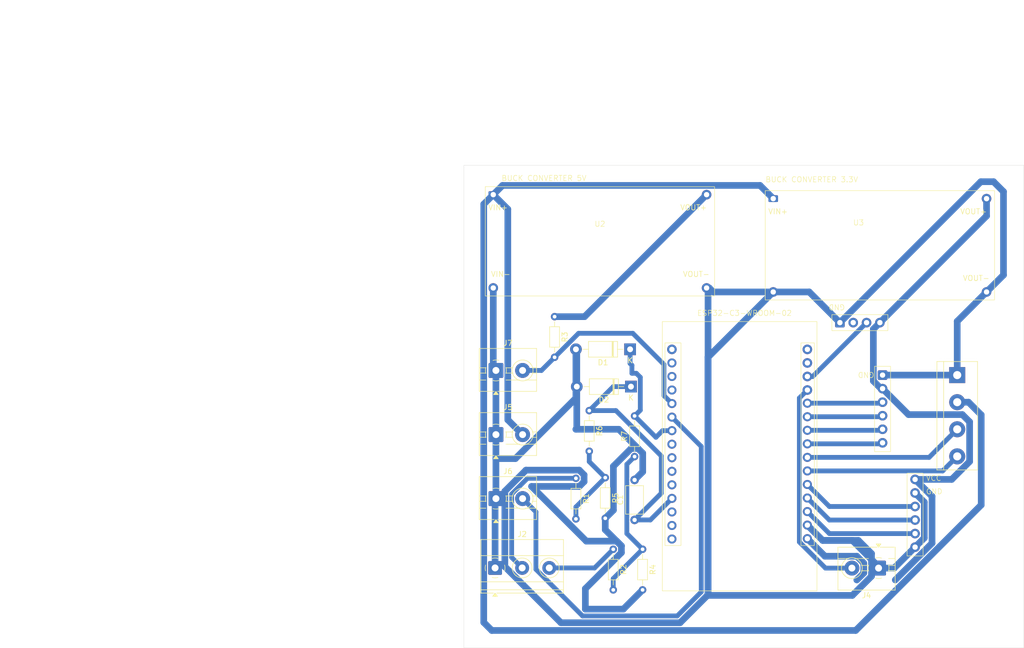
<source format=kicad_pcb>
(kicad_pcb (version 20241229) (generator "pcbnew") (generator_version "9.0")
  (layers (0 "F.Cu" signal) (2 "B.Cu" signal) (13 "F.Paste" user) (15 "B.Paste" user) (5 "F.SilkS" user "F.Silkscreen") (7 "B.SilkS" user "B.Silkscreen") (1 "F.Mask" user) (3 "B.Mask" user) (25 "Edge.Cuts" user))
  (net 0 "")
  (net 1 "Net-(D1-K)")
  (net 2 "GND")
  (net 3 "Net-(D2-K)")
  (net 4 "12V")
  (net 5 "/NEXTION TX")
  (net 6 "/NEXTION RX")
  (net 7 "Net-(J2-Pin_2)")
  (net 8 "Net-(J2-Pin_3)")
  (net 9 "/DRIVE_MODE")
  (net 10 "/MOTOR_SPEED")
  (net 11 "/BATTERY_TEMP")
  (net 12 "/SCK")
  (net 13 "/MISO")
  (net 14 "3.3V")
  (net 15 "/MOSI")
  (net 16 "/CS")
  (net 17 "/MOTOR_RPM")
  (net 18 "/BATT_SOC")
  (net 19 "5V")
  (net 22 "/I2C1")
  (net 23 "/I2C4")
  (net 24 "/I2C3")
  (net 27 "/TX0")
  (net 30 "/I2C2")
  (net 32 "/INTERRUPT")
  (net 37 "/RX0")
  (footprint "Shruthy's Library:10 DOF IMU MODULE" (layer "F.Cu") (at 169.1 96.25)
    (property "Reference" "U6" (hide yes))
    (property "Value" "~" (hide yes))
    (fp_rect (start 1 -7.5) (end 4 8) (stroke (width 0.1)) (fill no) (layer "F.SilkS"))
    (fp_text user "VCC" (at 4.5 -6 0) (layer "F.SilkS") (effects (font (thickness 0.1)) (justify left bottom)))
    (fp_text user "GND" (at 4.5 -3.5 0) (layer "F.SilkS") (effects (font (thickness 0.1)) (justify left bottom)))
    (pad "1" thru_hole circle (at 2.5 -6.35) (size 1.8 1.8) (drill oval 1) (layers "*.Cu" "*.Mask") (net 14 "3.3V"))
    (pad "2" thru_hole circle (at 2.5 -3.81) (size 1.8 1.8) (drill oval 1) (layers "*.Cu" "*.Mask") (net 2 "GND"))
    (pad "3" thru_hole circle (at 2.5 -1.27) (size 1.8 1.8) (drill oval 1) (layers "*.Cu" "*.Mask") (net 24 "/I2C3"))
    (pad "4" thru_hole circle (at 2.5 1.27) (size 1.8 1.8) (drill oval 1) (layers "*.Cu" "*.Mask") (net 23 "/I2C4"))
    (pad "5" thru_hole circle (at 2.5 3.81) (size 1.8 1.8) (drill oval 1) (layers "*.Cu" "*.Mask") (net 32 "/INTERRUPT"))
    (pad "6" thru_hole circle (at 2.5 6.35) (size 1.8 1.8) (drill 1) (layers "*.Cu" "*.Mask") (net 2 "GND"))
  )
  (footprint "Resistor_THT:R_Axial_DIN0204_L3.6mm_D1.6mm_P7.62mm_Horizontal" (layer "F.Cu") (at 108 89.69 -90)
    (property "Reference" "R1" (at 3.81 -1.92 90) (layer "F.SilkS"))
    (property "Value" "240k")
    (fp_line (start 1.89 0.92) (end 5.73 0.92) (stroke (width 0.12)) (layer "F.SilkS"))
    (fp_line (start 5.73 0.92) (end 5.73 -0.92) (stroke (width 0.12)) (layer "F.SilkS"))
    (fp_line (start 0.94 0) (end 1.89 0) (stroke (width 0.12)) (layer "F.SilkS"))
    (fp_line (start 6.68 0) (end 5.73 0) (stroke (width 0.12)) (layer "F.SilkS"))
    (fp_line (start 1.89 -0.92) (end 1.89 0.92) (stroke (width 0.12)) (layer "F.SilkS"))
    (fp_line (start 5.73 -0.92) (end 1.89 -0.92) (stroke (width 0.12)) (layer "F.SilkS"))
    (pad "1" thru_hole circle (at 0 0 270) (size 1.4 1.4) (drill 0.7) (layers "*.Cu" "*.Mask") (net 7 "Net-(J2-Pin_2)"))
    (pad "2" thru_hole oval (at 7.62 0 270) (size 1.4 1.4) (drill 0.7) (layers "*.Cu" "*.Mask") (net 17 "/MOTOR_RPM"))
  )
  (footprint "Shruthy's Library:GPS UBLOX NEO-6M" (layer "F.Cu") (at 178.5 57 180)
    (property "Reference" "U4" (hide yes))
    (property "Value" "~" (hide yes))
    (fp_rect (start 12 -5) (end 22.5 -2) (stroke (width 0.1)) (fill no) (layer "F.SilkS"))
    (fp_text user "GND" (at 20 0 180) (layer "F.SilkS") (effects (font (thickness 0.1)) (justify left bottom)))
    (pad "1" thru_hole circle (at 13.5 -3.5 180) (size 1.8 1.8) (drill 1) (layers "*.Cu" "*.Mask") (net 14 "3.3V"))
    (pad "2" thru_hole circle (at 16 -3.5 180) (size 1.8 1.8) (drill 1) (layers "*.Cu" "*.Mask") (net 27 "/TX0"))
    (pad "3" thru_hole circle (at 18.5 -3.5 180) (size 1.8 1.8) (drill 1) (layers "*.Cu" "*.Mask") (net 37 "/RX0"))
    (pad "4" thru_hole roundrect (at 21 -3.5 180) (size 1.8 1.8) (drill 1) (layers "*.Cu" "*.Mask") (roundrect_rratio 0.1388888889) (net 2 "GND"))
  )
  (footprint "Capacitor_THT:C_Axial_L5.1mm_D3.1mm_P7.50mm_Horizontal" (layer "F.Cu") (at 119 97.5 90)
    (property "Reference" "C1" (at 3.75 -2.67 90) (layer "F.SilkS"))
    (property "Value" "10µF")
    (fp_line (start 6.42 -1.67) (end 1.08 -1.67) (stroke (width 0.12)) (layer "F.SilkS"))
    (fp_line (start 1.08 -1.67) (end 1.08 1.67) (stroke (width 0.12)) (layer "F.SilkS"))
    (fp_line (start 6.46 0) (end 6.42 0) (stroke (width 0.12)) (layer "F.SilkS"))
    (fp_line (start 1.04 0) (end 1.08 0) (stroke (width 0.12)) (layer "F.SilkS"))
    (fp_line (start 6.42 1.67) (end 6.42 -1.67) (stroke (width 0.12)) (layer "F.SilkS"))
    (fp_line (start 1.08 1.67) (end 6.42 1.67) (stroke (width 0.12)) (layer "F.SilkS"))
    (pad "1" thru_hole circle (at 0 0 90) (size 1.6 1.6) (drill 0.8) (layers "*.Cu" "*.Mask") (net 3 "Net-(D2-K)"))
    (pad "2" thru_hole oval (at 7.5 0 90) (size 1.6 1.6) (drill 0.8) (layers "*.Cu" "*.Mask") (net 2 "GND"))
  )
  (footprint "TerminalBlock:TerminalBlock_MaiXu_MX126-5.0-02P_1x02_P5.00mm" (layer "F.Cu") (at 93 93.5)
    (property "Reference" "J6" (at 2.25 -5.12 0) (layer "F.SilkS"))
    (property "Value" "DRIVE_MODE")
    (fp_line (start -3.12 -4.12) (end -3.12 3.92) (stroke (width 0.12)) (layer "F.SilkS"))
    (fp_line (start -3.12 -4.12) (end 7.62 -4.12) (stroke (width 0.12)) (layer "F.SilkS"))
    (fp_line (start -3.12 -0.5) (end -1.88 -0.5) (stroke (width 0.12)) (layer "F.SilkS"))
    (fp_line (start -3.12 0.5) (end -1.88 0.5) (stroke (width 0.12)) (layer "F.SilkS"))
    (fp_line (start -3.12 1.8) (end -1.88 1.8) (stroke (width 0.12)) (layer "F.SilkS"))
    (fp_line (start -3.12 3.92) (end -0.3 3.92) (stroke (width 0.12)) (layer "F.SilkS"))
    (fp_line (start 0.3 3.92) (end 7.62 3.92) (stroke (width 0.12)) (layer "F.SilkS"))
    (fp_line (start 1.88 -0.5) (end 3.188 -0.5) (stroke (width 0.12)) (layer "F.SilkS"))
    (fp_line (start 1.88 0.5) (end 3.188 0.5) (stroke (width 0.12)) (layer "F.SilkS"))
    (fp_line (start 1.88 1.8) (end 4.457 1.8) (stroke (width 0.12)) (layer "F.SilkS"))
    (fp_line (start 3.556 1.204) (end 3.513 1.247) (stroke (width 0.12)) (layer "F.SilkS"))
    (fp_line (start 3.795 1.443) (end 3.752 1.486) (stroke (width 0.12)) (layer "F.SilkS"))
    (fp_line (start 5.543 1.8) (end 7.62 1.8) (stroke (width 0.12)) (layer "F.SilkS"))
    (fp_line (start 6.247 -1.486) (end 6.204 -1.443) (stroke (width 0.12)) (layer "F.SilkS"))
    (fp_line (start 6.487 -1.247) (end 6.444 -1.204) (stroke (width 0.12)) (layer "F.SilkS"))
    (fp_line (start 6.812 -0.5) (end 7.62 -0.5) (stroke (width 0.12)) (layer "F.SilkS"))
    (fp_line (start 6.812 0.5) (end 7.62 0.5) (stroke (width 0.12)) (layer "F.SilkS"))
    (fp_line (start 7.62 -4.12) (end 7.62 3.92) (stroke (width 0.12)) (layer "F.SilkS"))
    (fp_arc (start -1.88 0.554) (mid -1.959928 -0.000246) (end -1.879861 -0.554472) (stroke (width 0.12)) (layer "F.SilkS"))
    (fp_arc (start -0.554 -1.88) (mid 0.000246 -1.959928) (end 0.554472 -1.879861) (stroke (width 0.12)) (layer "F.SilkS"))
    (fp_arc (start 0.554 1.88) (mid -0.000246 1.959928) (end -0.554472 1.879861) (stroke (width 0.12)) (layer "F.SilkS"))
    (fp_arc (start 1.88 -0.554) (mid 1.959928 0.000246) (end 1.879861 0.554472) (stroke (width 0.12)) (layer "F.SilkS"))
    (fp_circle (center 5 0) (end 6.96 0) (stroke (width 0.12)) (fill no) (layer "F.SilkS"))
    (fp_poly (pts (xy 0 3.92) (xy 0.44 4.53) (xy -0.44 4.53) (xy 0 3.92)) (stroke (width 0.12)) (fill yes) (layer "F.SilkS"))
    (pad "1" thru_hole roundrect (at 0 0) (size 2.8 2.8) (drill 1.3) (layers "*.Cu" "*.Mask") (roundrect_rratio 0.089286) (net 2 "GND"))
    (pad "2" thru_hole circle (at 5 0) (size 2.8 2.8) (drill 1.3) (layers "*.Cu" "*.Mask") (net 10 "/MOTOR_SPEED"))
  )
  (footprint "Resistor_THT:R_Axial_DIN0204_L3.6mm_D1.6mm_P7.62mm_Horizontal" (layer "F.Cu") (at 120.5 103 -90)
    (property "Reference" "R4" (at 3.81 -1.92 90) (layer "F.SilkS"))
    (property "Value" "10k")
    (fp_line (start 1.89 0.92) (end 5.73 0.92) (stroke (width 0.12)) (layer "F.SilkS"))
    (fp_line (start 5.73 0.92) (end 5.73 -0.92) (stroke (width 0.12)) (layer "F.SilkS"))
    (fp_line (start 0.94 0) (end 1.89 0) (stroke (width 0.12)) (layer "F.SilkS"))
    (fp_line (start 6.68 0) (end 5.73 0) (stroke (width 0.12)) (layer "F.SilkS"))
    (fp_line (start 1.89 -0.92) (end 1.89 0.92) (stroke (width 0.12)) (layer "F.SilkS"))
    (fp_line (start 5.73 -0.92) (end 1.89 -0.92) (stroke (width 0.12)) (layer "F.SilkS"))
    (pad "1" thru_hole circle (at 0 0 270) (size 1.4 1.4) (drill 0.7) (layers "*.Cu" "*.Mask") (net 18 "/BATT_SOC"))
    (pad "2" thru_hole oval (at 7.62 0 270) (size 1.4 1.4) (drill 0.7) (layers "*.Cu" "*.Mask") (net 2 "GND"))
  )
  (footprint "Shruthy's Library:SD CARD MODULE" (layer "F.Cu") (at 165.5 78.19 180)
    (property "Reference" "J12" (hide yes))
    (property "Value" "~" (hide yes))
    (fp_rect (start -1.5 -6.5) (end 1.5 9.5) (stroke (width 0.1)) (fill no) (layer "F.SilkS"))
    (fp_text user "GND" (at 1.5 8.5 180) (layer "F.SilkS") (effects (font (thickness 0.1)) (justify left bottom)))
    (pad "1" thru_hole circle (at 0 -4.85 180) (size 1.8 1.8) (drill 1) (layers "*.Cu" "*.Mask") (net 16 "/CS"))
    (pad "2" thru_hole circle (at 0 -2.31 180) (size 1.8 1.8) (drill 1) (layers "*.Cu" "*.Mask") (net 12 "/SCK"))
    (pad "3" thru_hole circle (at 0 0.23 180) (size 1.8 1.8) (drill 1) (layers "*.Cu" "*.Mask") (net 15 "/MOSI"))
    (pad "4" thru_hole circle (at 0 2.77 180) (size 1.8 1.8) (drill 1) (layers "*.Cu" "*.Mask") (net 13 "/MISO"))
    (pad "5" thru_hole circle (at 0 5.31 180) (size 1.8 1.8) (drill 1) (layers "*.Cu" "*.Mask") (net 14 "3.3V"))
    (pad "6" thru_hole roundrect (at 0 7.85 180) (size 1.8 1.8) (drill 1) (layers "*.Cu" "*.Mask") (roundrect_rratio 0.1388888889) (net 2 "GND"))
  )
  (footprint "Shruthy's Library:BUCK CONVERTER 3.3V" (layer "F.Cu") (at 161 42.25)
    (property "Reference" "U3" (at 0 -0.5 0) (layer "F.SilkS") (effects (font (thickness 0.1))))
    (property "Value" "~" (hide yes))
    (fp_rect (start -17.5 -6.5) (end 25.5 14) (stroke (width 0.1)) (fill no) (layer "F.SilkS"))
    (fp_text user "VIN+" (at -17 -2 0) (layer "F.SilkS") (effects (font (thickness 0.125)) (justify left bottom)))
    (fp_text user "VOUT+" (at 19 -2 0) (layer "F.SilkS") (effects (font (thickness 0.125)) (justify left bottom)))
    (fp_text user "BUCK CONVERTER 3.3V" (at -17.5 -8 0) (layer "F.SilkS") (effects (font (thickness 0.1)) (justify left bottom)))
    (fp_text user "VOUT-" (at 19.5 10.5 0) (layer "F.SilkS") (effects (font (thickness 0.125)) (justify left bottom)))
    (pad "1" thru_hole roundrect (at -16 -5) (size 1.8 1.27) (drill 1) (layers "*.Cu" "*.Mask") (roundrect_rratio 0.15) (net 4 "12V"))
    (pad "2" thru_hole circle (at -16 12.5) (size 1.8 1.8) (drill 1) (layers "*.Cu" "*.Mask") (net 2 "GND"))
    (pad "3" thru_hole circle (at 24 -5) (size 1.8 1.8) (drill 1) (layers "*.Cu" "*.Mask") (net 14 "3.3V"))
    (pad "4" thru_hole circle (at 24 12.5) (size 1.8 1.8) (drill 1) (layers "*.Cu" "*.Mask") (net 2 "GND"))
  )
  (footprint "TerminalBlock_Wuerth:Wuerth_REDCUBE-THR_WP-THRBU_74650194_THR" (layer "F.Cu") (at 8.553572 8.34825)
    (property "Reference" "J3" (hide yes))
    (property "Value" "Screw_Terminal_01x03" (hide yes))
  )
  (footprint "TerminalBlock:TerminalBlock_MaiXu_MX126-5.0-02P_1x02_P5.00mm" (layer "F.Cu") (at 93 81.5)
    (property "Reference" "J5" (at 2.25 -5.12 0) (layer "F.SilkS"))
    (property "Value" "HV")
    (fp_line (start -3.12 -4.12) (end -3.12 3.92) (stroke (width 0.12)) (layer "F.SilkS"))
    (fp_line (start -3.12 -4.12) (end 7.62 -4.12) (stroke (width 0.12)) (layer "F.SilkS"))
    (fp_line (start -3.12 -0.5) (end -1.88 -0.5) (stroke (width 0.12)) (layer "F.SilkS"))
    (fp_line (start -3.12 0.5) (end -1.88 0.5) (stroke (width 0.12)) (layer "F.SilkS"))
    (fp_line (start -3.12 1.8) (end -1.88 1.8) (stroke (width 0.12)) (layer "F.SilkS"))
    (fp_line (start -3.12 3.92) (end -0.3 3.92) (stroke (width 0.12)) (layer "F.SilkS"))
    (fp_line (start 0.3 3.92) (end 7.62 3.92) (stroke (width 0.12)) (layer "F.SilkS"))
    (fp_line (start 1.88 -0.5) (end 3.188 -0.5) (stroke (width 0.12)) (layer "F.SilkS"))
    (fp_line (start 1.88 0.5) (end 3.188 0.5) (stroke (width 0.12)) (layer "F.SilkS"))
    (fp_line (start 1.88 1.8) (end 4.457 1.8) (stroke (width 0.12)) (layer "F.SilkS"))
    (fp_line (start 3.556 1.204) (end 3.513 1.247) (stroke (width 0.12)) (layer "F.SilkS"))
    (fp_line (start 3.795 1.443) (end 3.752 1.486) (stroke (width 0.12)) (layer "F.SilkS"))
    (fp_line (start 5.543 1.8) (end 7.62 1.8) (stroke (width 0.12)) (layer "F.SilkS"))
    (fp_line (start 6.247 -1.486) (end 6.204 -1.443) (stroke (width 0.12)) (layer "F.SilkS"))
    (fp_line (start 6.487 -1.247) (end 6.444 -1.204) (stroke (width 0.12)) (layer "F.SilkS"))
    (fp_line (start 6.812 -0.5) (end 7.62 -0.5) (stroke (width 0.12)) (layer "F.SilkS"))
    (fp_line (start 6.812 0.5) (end 7.62 0.5) (stroke (width 0.12)) (layer "F.SilkS"))
    (fp_line (start 7.62 -4.12) (end 7.62 3.92) (stroke (width 0.12)) (layer "F.SilkS"))
    (fp_arc (start -1.88 0.554) (mid -1.959928 -0.000246) (end -1.879861 -0.554472) (stroke (width 0.12)) (layer "F.SilkS"))
    (fp_arc (start -0.554 -1.88) (mid 0.000246 -1.959928) (end 0.554472 -1.879861) (stroke (width 0.12)) (layer "F.SilkS"))
    (fp_arc (start 0.554 1.88) (mid -0.000246 1.959928) (end -0.554472 1.879861) (stroke (width 0.12)) (layer "F.SilkS"))
    (fp_arc (start 1.88 -0.554) (mid 1.959928 0.000246) (end 1.879861 0.554472) (stroke (width 0.12)) (layer "F.SilkS"))
    (fp_circle (center 5 0) (end 6.96 0) (stroke (width 0.12)) (fill no) (layer "F.SilkS"))
    (fp_poly (pts (xy 0 3.92) (xy 0.44 4.53) (xy -0.44 4.53) (xy 0 3.92)) (stroke (width 0.12)) (fill yes) (layer "F.SilkS"))
    (pad "1" thru_hole roundrect (at 0 0) (size 2.8 2.8) (drill 1.3) (layers "*.Cu" "*.Mask") (roundrect_rratio 0.089286) (net 2 "GND"))
    (pad "2" thru_hole circle (at 5 0) (size 2.8 2.8) (drill 1.3) (layers "*.Cu" "*.Mask") (net 4 "12V"))
  )
  (footprint "Diode_THT:D_DO-41_SOD81_P10.16mm_Horizontal" (layer "F.Cu") (at 118.32 72.5 180)
    (property "Reference" "D2" (at 5.08 -2.47 0) (layer "F.SilkS"))
    (property "Value" "1N47xxA")
    (fp_line (start 8.82 0) (end 7.8 0) (stroke (width 0.12)) (layer "F.SilkS"))
    (fp_line (start 7.8 1.47) (end 7.8 -1.47) (stroke (width 0.12)) (layer "F.SilkS"))
    (fp_line (start 7.8 -1.47) (end 2.36 -1.47) (stroke (width 0.12)) (layer "F.SilkS"))
    (fp_line (start 3.38 -1.47) (end 3.38 1.47) (stroke (width 0.12)) (layer "F.SilkS"))
    (fp_line (start 3.26 -1.47) (end 3.26 1.47) (stroke (width 0.12)) (layer "F.SilkS"))
    (fp_line (start 3.14 -1.47) (end 3.14 1.47) (stroke (width 0.12)) (layer "F.SilkS"))
    (fp_line (start 2.36 1.47) (end 7.8 1.47) (stroke (width 0.12)) (layer "F.SilkS"))
    (fp_line (start 2.36 -1.47) (end 2.36 1.47) (stroke (width 0.12)) (layer "F.SilkS"))
    (fp_line (start 1.34 0) (end 2.36 0) (stroke (width 0.12)) (layer "F.SilkS"))
    (fp_text user "K" (at 0 -2.1 0) (layer "F.SilkS"))
    (pad "1" thru_hole rect (at 0 0 180) (size 2.2 2.2) (drill 1.1) (layers "*.Cu" "*.Mask") (net 3 "Net-(D2-K)"))
    (pad "2" thru_hole oval (at 10.16 0 180) (size 2.2 2.2) (drill 1.1) (layers "*.Cu" "*.Mask") (net 2 "GND"))
  )
  (footprint "Diode_THT:D_DO-41_SOD81_P10.16mm_Horizontal" (layer "F.Cu") (at 118.16 65.5 180)
    (property "Reference" "D1" (at 5.08 -2.47 0) (layer "F.SilkS"))
    (property "Value" "1N47xxA")
    (fp_line (start 8.82 0) (end 7.8 0) (stroke (width 0.12)) (layer "F.SilkS"))
    (fp_line (start 7.8 1.47) (end 7.8 -1.47) (stroke (width 0.12)) (layer "F.SilkS"))
    (fp_line (start 7.8 -1.47) (end 2.36 -1.47) (stroke (width 0.12)) (layer "F.SilkS"))
    (fp_line (start 3.38 -1.47) (end 3.38 1.47) (stroke (width 0.12)) (layer "F.SilkS"))
    (fp_line (start 3.26 -1.47) (end 3.26 1.47) (stroke (width 0.12)) (layer "F.SilkS"))
    (fp_line (start 3.14 -1.47) (end 3.14 1.47) (stroke (width 0.12)) (layer "F.SilkS"))
    (fp_line (start 2.36 1.47) (end 7.8 1.47) (stroke (width 0.12)) (layer "F.SilkS"))
    (fp_line (start 2.36 -1.47) (end 2.36 1.47) (stroke (width 0.12)) (layer "F.SilkS"))
    (fp_line (start 1.34 0) (end 2.36 0) (stroke (width 0.12)) (layer "F.SilkS"))
    (fp_text user "K" (at 0 -2.1 0) (layer "F.SilkS"))
    (pad "1" thru_hole rect (at 0 0 180) (size 2.2 2.2) (drill 1.1) (layers "*.Cu" "*.Mask") (net 1 "Net-(D1-K)"))
    (pad "2" thru_hole oval (at 10.16 0 180) (size 2.2 2.2) (drill 1.1) (layers "*.Cu" "*.Mask") (net 2 "GND"))
  )
  (footprint "Resistor_THT:R_Axial_DIN0204_L3.6mm_D1.6mm_P7.62mm_Horizontal" (layer "F.Cu") (at 104 59.38 -90)
    (property "Reference" "R3" (at 3.81 -1.92 90) (layer "F.SilkS"))
    (property "Value" "R")
    (fp_line (start 1.89 0.92) (end 5.73 0.92) (stroke (width 0.12)) (layer "F.SilkS"))
    (fp_line (start 5.73 0.92) (end 5.73 -0.92) (stroke (width 0.12)) (layer "F.SilkS"))
    (fp_line (start 0.94 0) (end 1.89 0) (stroke (width 0.12)) (layer "F.SilkS"))
    (fp_line (start 6.68 0) (end 5.73 0) (stroke (width 0.12)) (layer "F.SilkS"))
    (fp_line (start 1.89 -0.92) (end 1.89 0.92) (stroke (width 0.12)) (layer "F.SilkS"))
    (fp_line (start 5.73 -0.92) (end 1.89 -0.92) (stroke (width 0.12)) (layer "F.SilkS"))
    (pad "1" thru_hole circle (at 0 0 270) (size 1.4 1.4) (drill 0.7) (layers "*.Cu" "*.Mask") (net 19 "5V"))
    (pad "2" thru_hole oval (at 7.62 0 270) (size 1.4 1.4) (drill 0.7) (layers "*.Cu" "*.Mask") (net 11 "/BATTERY_TEMP"))
  )
  (footprint "TerminalBlock_Phoenix:TerminalBlock_Phoenix_MKDS-1,5-3-5.08_1x03_P5.08mm_Horizontal" (layer "F.Cu") (at 92.84 106.5)
    (property "Reference" "J2" (at 5.08 -6.32 0) (layer "F.SilkS"))
    (property "Value" "MOTOR RPM + BATTERY SOC")
    (fp_line (start -2.66 -5.32) (end -2.66 4.72) (stroke (width 0.12)) (layer "F.SilkS"))
    (fp_line (start -2.66 -5.32) (end 12.82 -5.32) (stroke (width 0.12)) (layer "F.SilkS"))
    (fp_line (start -2.66 -2.3) (end 12.82 -2.3) (stroke (width 0.12)) (layer "F.SilkS"))
    (fp_line (start -2.66 2.6) (end 12.82 2.6) (stroke (width 0.12)) (layer "F.SilkS"))
    (fp_line (start -2.66 4.1) (end 12.82 4.1) (stroke (width 0.12)) (layer "F.SilkS"))
    (fp_line (start -2.66 4.72) (end -0.3 4.72) (stroke (width 0.12)) (layer "F.SilkS"))
    (fp_line (start 0.3 4.72) (end 12.82 4.72) (stroke (width 0.12)) (layer "F.SilkS"))
    (fp_line (start 3.713 1.14) (end 3.669 1.183) (stroke (width 0.12)) (layer "F.SilkS"))
    (fp_line (start 3.94 1.367) (end 3.896 1.41) (stroke (width 0.12)) (layer "F.SilkS"))
    (fp_line (start 6.264 -1.411) (end 6.22 -1.367) (stroke (width 0.12)) (layer "F.SilkS"))
    (fp_line (start 6.491 -1.184) (end 6.447 -1.14) (stroke (width 0.12)) (layer "F.SilkS"))
    (fp_line (start 8.793 1.14) (end 8.749 1.183) (stroke (width 0.12)) (layer "F.SilkS"))
    (fp_line (start 9.02 1.367) (end 8.976 1.41) (stroke (width 0.12)) (layer "F.SilkS"))
    (fp_line (start 11.344 -1.411) (end 11.3 -1.367) (stroke (width 0.12)) (layer "F.SilkS"))
    (fp_line (start 11.571 -1.184) (end 11.527 -1.14) (stroke (width 0.12)) (layer "F.SilkS"))
    (fp_line (start 12.82 -5.32) (end 12.82 4.72) (stroke (width 0.12)) (layer "F.SilkS"))
    (fp_arc (start -1.78 0.54) (mid -1.860107 0.000355) (end -1.780206 -0.539321) (stroke (width 0.12)) (layer "F.SilkS"))
    (fp_arc (start -0.54 -1.78) (mid -0.000355 -1.860107) (end 0.539321 -1.780206) (stroke (width 0.12)) (layer "F.SilkS"))
    (fp_arc (start 0.54 1.78) (mid 0.000355 1.860107) (end -0.539321 1.780206) (stroke (width 0.12)) (layer "F.SilkS"))
    (fp_arc (start 1.78 -0.54) (mid 1.860107 -0.000355) (end 1.780206 0.539321) (stroke (width 0.12)) (layer "F.SilkS"))
    (fp_circle (center 5.08 0) (end 6.94 0) (stroke (width 0.12)) (fill no) (layer "F.SilkS"))
    (fp_circle (center 10.16 0) (end 12.02 0) (stroke (width 0.12)) (fill no) (layer "F.SilkS"))
    (fp_poly (pts (xy 0 4.72) (xy 0.44 5.33) (xy -0.44 5.33) (xy 0 4.72)) (stroke (width 0.12)) (fill yes) (layer "F.SilkS"))
    (pad "1" thru_hole roundrect (at 0 0) (size 2.6 2.6) (drill 1.3) (layers "*.Cu" "*.Mask") (roundrect_rratio 0.096154) (net 2 "GND"))
    (pad "2" thru_hole circle (at 5.08 0) (size 2.6 2.6) (drill 1.3) (layers "*.Cu" "*.Mask") (net 7 "Net-(J2-Pin_2)"))
    (pad "3" thru_hole circle (at 10.16 0) (size 2.6 2.6) (drill 1.3) (layers "*.Cu" "*.Mask") (net 8 "Net-(J2-Pin_3)"))
  )
  (footprint "TerminalBlock:TerminalBlock_bornier-4_P5.08mm" (layer "F.Cu") (at 179.5 70.34 -90)
    (property "Reference" "J1" (hide yes))
    (property "Value" "LV DATA")
    (fp_line (start -2.54 3.81) (end 17.78 3.81) (stroke (width 0.12)) (layer "F.SilkS"))
    (fp_line (start 17.78 3.81) (end 17.78 -3.81) (stroke (width 0.12)) (layer "F.SilkS"))
    (fp_line (start 17.78 2.54) (end -2.54 2.54) (stroke (width 0.12)) (layer "F.SilkS"))
    (fp_line (start -2.54 -3.81) (end -2.54 3.81) (stroke (width 0.12)) (layer "F.SilkS"))
    (fp_line (start -2.54 -3.81) (end 17.78 -3.81) (stroke (width 0.12)) (layer "F.SilkS"))
    (pad "1" thru_hole rect (at 0 0 270) (size 3 3) (drill 1.52) (layers "*.Cu" "*.Mask") (net 2 "GND"))
    (pad "2" thru_hole circle (at 5.08 0 270) (size 3 3) (drill 1.52) (layers "*.Cu" "*.Mask") (net 4 "12V"))
    (pad "3" thru_hole circle (at 10.16 0 270) (size 3 3) (drill 1.52) (layers "*.Cu" "*.Mask") (net 6 "/NEXTION RX"))
    (pad "4" thru_hole circle (at 15.24 0 270) (size 3 3) (drill 1.52) (layers "*.Cu" "*.Mask") (net 5 "/NEXTION TX"))
  )
  (footprint "Shruthy's Library:BUCK CONVERTER 5V" (layer "F.Cu") (at 112.5 42.5)
    (property "Reference" "U2" (at 0 -0.5 0) (layer "F.SilkS") (effects (font (thickness 0.1))))
    (property "Value" "~")
    (fp_rect (start -21.5 -7.5) (end 21.5 13) (stroke (width 0.1)) (fill no) (layer "F.SilkS"))
    (fp_text user "BUCK CONVERTER 5V" (at -18.5 -8.5 0) (layer "F.SilkS") (effects (font (thickness 0.1)) (justify left bottom)))
    (fp_text user "VOUT+" (at 15 -3 0) (layer "F.SilkS") (effects (font (thickness 0.125)) (justify left bottom)))
    (fp_text user "VIN-" (at -20.5 9.5 0) (layer "F.SilkS") (effects (font (thickness 0.125)) (justify left bottom)))
    (fp_text user "VOUT-" (at 15.5 9.5 0) (layer "F.SilkS") (effects (font (thickness 0.125)) (justify left bottom)))
    (fp_text user "VIN+" (at -21 -3 0) (layer "F.SilkS") (effects (font (thickness 0.125)) (justify left bottom)))
    (pad "1" thru_hole roundrect (at -20 -6) (size 1.8 1.27) (drill 1) (layers "*.Cu" "*.Mask") (roundrect_rratio 0.15) (net 4 "12V"))
    (pad "2" thru_hole circle (at -20 11.5) (size 1.8 1.8) (drill 1) (layers "*.Cu" "*.Mask") (net 2 "GND"))
    (pad "3" thru_hole circle (at 20 -6) (size 1.8 1.8) (drill 1) (layers "*.Cu" "*.Mask") (net 19 "5V"))
    (pad "4" thru_hole circle (at 20 11.5) (size 1.8 1.8) (drill 1) (layers "*.Cu" "*.Mask") (net 2 "GND"))
  )
  (footprint "Resistor_THT:R_Axial_DIN0204_L3.6mm_D1.6mm_P7.62mm_Horizontal" (layer "F.Cu") (at 115 103 -90)
    (property "Reference" "R2" (at 3.81 -1.92 90) (layer "F.SilkS"))
    (property "Value" "240k")
    (fp_line (start 1.89 0.92) (end 5.73 0.92) (stroke (width 0.12)) (layer "F.SilkS"))
    (fp_line (start 5.73 0.92) (end 5.73 -0.92) (stroke (width 0.12)) (layer "F.SilkS"))
    (fp_line (start 0.94 0) (end 1.89 0) (stroke (width 0.12)) (layer "F.SilkS"))
    (fp_line (start 6.68 0) (end 5.73 0) (stroke (width 0.12)) (layer "F.SilkS"))
    (fp_line (start 1.89 -0.92) (end 1.89 0.92) (stroke (width 0.12)) (layer "F.SilkS"))
    (fp_line (start 5.73 -0.92) (end 1.89 -0.92) (stroke (width 0.12)) (layer "F.SilkS"))
    (pad "1" thru_hole circle (at 0 0 270) (size 1.4 1.4) (drill 0.7) (layers "*.Cu" "*.Mask") (net 8 "Net-(J2-Pin_3)"))
    (pad "2" thru_hole oval (at 7.62 0 270) (size 1.4 1.4) (drill 0.7) (layers "*.Cu" "*.Mask") (net 18 "/BATT_SOC"))
  )
  (footprint "Resistor_THT:R_Axial_DIN0204_L3.6mm_D1.6mm_P7.62mm_Horizontal" (layer "F.Cu") (at 113.5 89.57 -90)
    (property "Reference" "R5" (at 3.81 -1.92 90) (layer "F.SilkS"))
    (property "Value" "10k")
    (fp_line (start 1.89 0.92) (end 5.73 0.92) (stroke (width 0.12)) (layer "F.SilkS"))
    (fp_line (start 5.73 0.92) (end 5.73 -0.92) (stroke (width 0.12)) (layer "F.SilkS"))
    (fp_line (start 0.94 0) (end 1.89 0) (stroke (width 0.12)) (layer "F.SilkS"))
    (fp_line (start 6.68 0) (end 5.73 0) (stroke (width 0.12)) (layer "F.SilkS"))
    (fp_line (start 1.89 -0.92) (end 1.89 0.92) (stroke (width 0.12)) (layer "F.SilkS"))
    (fp_line (start 5.73 -0.92) (end 1.89 -0.92) (stroke (width 0.12)) (layer "F.SilkS"))
    (pad "1" thru_hole circle (at 0 0 270) (size 1.4 1.4) (drill 0.7) (layers "*.Cu" "*.Mask") (net 17 "/MOTOR_RPM"))
    (pad "2" thru_hole oval (at 7.62 0 270) (size 1.4 1.4) (drill 0.7) (layers "*.Cu" "*.Mask") (net 2 "GND"))
  )
  (footprint "Resistor_THT:R_Axial_DIN0204_L3.6mm_D1.6mm_P7.62mm_Horizontal" (layer "F.Cu") (at 110.5 77 -90)
    (property "Reference" "R6" (at 3.81 -1.92 90) (layer "F.SilkS"))
    (property "Value" "180")
    (fp_line (start 1.89 0.92) (end 5.73 0.92) (stroke (width 0.12)) (layer "F.SilkS"))
    (fp_line (start 5.73 0.92) (end 5.73 -0.92) (stroke (width 0.12)) (layer "F.SilkS"))
    (fp_line (start 0.94 0) (end 1.89 0) (stroke (width 0.12)) (layer "F.SilkS"))
    (fp_line (start 6.68 0) (end 5.73 0) (stroke (width 0.12)) (layer "F.SilkS"))
    (fp_line (start 1.89 -0.92) (end 1.89 0.92) (stroke (width 0.12)) (layer "F.SilkS"))
    (fp_line (start 5.73 -0.92) (end 1.89 -0.92) (stroke (width 0.12)) (layer "F.SilkS"))
    (pad "1" thru_hole circle (at 0 0 270) (size 1.4 1.4) (drill 0.7) (layers "*.Cu" "*.Mask") (net 3 "Net-(D2-K)"))
    (pad "2" thru_hole oval (at 7.62 0 270) (size 1.4 1.4) (drill 0.7) (layers "*.Cu" "*.Mask") (net 17 "/MOTOR_RPM"))
  )
  (footprint "TerminalBlock:TerminalBlock_MaiXu_MX126-5.0-02P_1x02_P5.00mm" (layer "F.Cu") (at 164.75 106.5325 180)
    (property "Reference" "J4" (at 2.25 -5.12 0) (layer "F.SilkS"))
    (property "Value" "DRIVE_MODE")
    (fp_line (start 7.62 -4.12) (end 7.62 3.92) (stroke (width 0.12)) (layer "F.SilkS"))
    (fp_line (start 6.812 0.5) (end 7.62 0.5) (stroke (width 0.12)) (layer "F.SilkS"))
    (fp_line (start 6.812 -0.5) (end 7.62 -0.5) (stroke (width 0.12)) (layer "F.SilkS"))
    (fp_line (start 6.487 -1.247) (end 6.444 -1.204) (stroke (width 0.12)) (layer "F.SilkS"))
    (fp_line (start 6.247 -1.486) (end 6.204 -1.443) (stroke (width 0.12)) (layer "F.SilkS"))
    (fp_line (start 5.543 1.8) (end 7.62 1.8) (stroke (width 0.12)) (layer "F.SilkS"))
    (fp_line (start 3.795 1.443) (end 3.752 1.486) (stroke (width 0.12)) (layer "F.SilkS"))
    (fp_line (start 3.556 1.204) (end 3.513 1.247) (stroke (width 0.12)) (layer "F.SilkS"))
    (fp_line (start 1.88 1.8) (end 4.457 1.8) (stroke (width 0.12)) (layer "F.SilkS"))
    (fp_line (start 1.88 0.5) (end 3.188 0.5) (stroke (width 0.12)) (layer "F.SilkS"))
    (fp_line (start 1.88 -0.5) (end 3.188 -0.5) (stroke (width 0.12)) (layer "F.SilkS"))
    (fp_line (start 0.3 3.92) (end 7.62 3.92) (stroke (width 0.12)) (layer "F.SilkS"))
    (fp_line (start -3.12 3.92) (end -0.3 3.92) (stroke (width 0.12)) (layer "F.SilkS"))
    (fp_line (start -3.12 1.8) (end -1.88 1.8) (stroke (width 0.12)) (layer "F.SilkS"))
    (fp_line (start -3.12 0.5) (end -1.88 0.5) (stroke (width 0.12)) (layer "F.SilkS"))
    (fp_line (start -3.12 -0.5) (end -1.88 -0.5) (stroke (width 0.12)) (layer "F.SilkS"))
    (fp_line (start -3.12 -4.12) (end 7.62 -4.12) (stroke (width 0.12)) (layer "F.SilkS"))
    (fp_line (start -3.12 -4.12) (end -3.12 3.92) (stroke (width 0.12)) (layer "F.SilkS"))
    (fp_arc (start 1.88 -0.554) (mid 1.959928 0.000246) (end 1.879861 0.554472) (stroke (width 0.12)) (layer "F.SilkS"))
    (fp_arc (start 0.554 1.88) (mid -0.000246 1.959928) (end -0.554472 1.879861) (stroke (width 0.12)) (layer "F.SilkS"))
    (fp_arc (start -0.554 -1.88) (mid 0.000246 -1.959928) (end 0.554472 -1.879861) (stroke (width 0.12)) (layer "F.SilkS"))
    (fp_arc (start -1.88 0.554) (mid -1.959928 -0.000246) (end -1.879861 -0.554472) (stroke (width 0.12)) (layer "F.SilkS"))
    (fp_circle (center 5 0) (end 6.96 0) (stroke (width 0.12)) (fill no) (layer "F.SilkS"))
    (fp_poly (pts (xy 0 3.92) (xy 0.44 4.53) (xy -0.44 4.53) (xy 0 3.92)) (stroke (width 0.12)) (fill yes) (layer "F.SilkS"))
    (pad "1" thru_hole roundrect (at 0 0 180) (size 2.8 2.8) (drill 1.3) (layers "*.Cu" "*.Mask") (roundrect_rratio 0.089286) (net 2 "GND"))
    (pad "2" thru_hole circle (at 5 0 180) (size 2.8 2.8) (drill 1.3) (layers "*.Cu" "*.Mask") (net 9 "/DRIVE_MODE"))
  )
  (footprint "Shruthy's Library:ESP32-C3-WROOM-02" (layer "F.Cu") (at 138.7 83.3)
    (property "Reference" "U1" (hide yes))
    (property "Value" "~" (hide yes))
    (fp_rect (start -14.5 -23) (end 14.5 27.5) (stroke (width 0.1)) (fill no) (layer "F.SilkS"))
    (fp_rect (start -14 -19) (end -11 19) (stroke (width 0.1)) (fill no) (layer "F.SilkS"))
    (fp_rect (start 11.5 -19) (end 14 19) (stroke (width 0.1)) (fill no) (layer "F.SilkS"))
    (fp_text user "ESP32-C3-WROOM-02" (at -8 -24 0) (layer "F.SilkS") (effects (font (thickness 0.1)) (justify left bottom)))
    (pad "" np_thru_hole circle (at -12.5 -21) (size 2.7 2.7) (drill 2.7) (layers "*.Cu" "*.Mask"))
    (pad "" np_thru_hole circle (at -12.5 25) (size 2.7 2.7) (drill 2.7) (layers "*.Cu" "*.Mask"))
    (pad "" np_thru_hole circle (at 12.5 -21) (size 2.7 2.7) (drill 2.7) (layers "*.Cu" "*.Mask"))
    (pad "" np_thru_hole circle (at 12.5 25) (size 2.7 2.7) (drill 2.7) (layers "*.Cu" "*.Mask"))
    (pad "1" thru_hole circle (at -12.7 -17.78) (size 1.8 1.8) (drill 1) (layers "*.Cu" "*.Mask"))
    (pad "2" thru_hole oval (at -12.7 -15.24) (size 1.7 1.7) (drill 1) (layers "*.Cu" "*.Mask"))
    (pad "3" thru_hole oval (at -12.7 -12.7) (size 1.7 1.7) (drill 1) (layers "*.Cu" "*.Mask"))
    (pad "4" thru_hole oval (at -12.7 -10.16) (size 1.7 1.7) (drill 1) (layers "*.Cu" "*.Mask"))
    (pad "5" thru_hole oval (at -12.7 -7.62) (size 1.7 1.7) (drill 1) (layers "*.Cu" "*.Mask") (net 11 "/BATTERY_TEMP"))
    (pad "6" thru_hole oval (at -12.7 -5.08) (size 1.7 1.7) (drill 1) (layers "*.Cu" "*.Mask") (net 10 "/MOTOR_SPEED"))
    (pad "7" thru_hole oval (at -12.7 -2.54) (size 1.7 1.7) (drill 1) (layers "*.Cu" "*.Mask") (net 1 "Net-(D1-K)"))
    (pad "8" thru_hole oval (at -12.7 0) (size 1.7 1.7) (drill 1) (layers "*.Cu" "*.Mask"))
    (pad "9" thru_hole oval (at -12.7 2.54) (size 1.7 1.7) (drill 1) (layers "*.Cu" "*.Mask"))
    (pad "10" thru_hole oval (at -12.7 5.08) (size 1.7 1.7) (drill 1) (layers "*.Cu" "*.Mask"))
    (pad "11" thru_hole oval (at -12.7 7.62) (size 1.7 1.7) (drill 1) (layers "*.Cu" "*.Mask"))
    (pad "12" thru_hole oval (at -12.7 10.16) (size 1.7 1.7) (drill 1) (layers "*.Cu" "*.Mask") (net 3 "Net-(D2-K)"))
    (pad "13" thru_hole oval (at -12.7 12.7) (size 1.7 1.7) (drill 1) (layers "*.Cu" "*.Mask"))
    (pad "14" thru_hole oval (at -12.7 15.24) (size 1.7 1.7) (drill 1) (layers "*.Cu" "*.Mask"))
    (pad "15" thru_hole oval (at -12.7 17.78) (size 1.7 1.7) (drill 1) (layers "*.Cu" "*.Mask"))
    (pad "16" thru_hole circle (at 12.7 -17.78) (size 1.8 1.8) (drill 1) (layers "*.Cu" "*.Mask") (net 30 "/I2C2"))
    (pad "17" thru_hole circle (at 12.7 -15.24) (size 1.8 1.8) (drill 1) (layers "*.Cu" "*.Mask") (net 22 "/I2C1"))
    (pad "18" thru_hole circle (at 12.7 -12.7) (size 1.8 1.8) (drill 1) (layers "*.Cu" "*.Mask") (net 27 "/TX0"))
    (pad "19" thru_hole circle (at 12.7 -10.16) (size 1.8 1.8) (drill 1) (layers "*.Cu" "*.Mask") (net 9 "/DRIVE_MODE"))
    (pad "20" thru_hole oval (at 12.7 -7.69) (size 1.7 1.7) (drill 1) (layers "*.Cu" "*.Mask") (net 13 "/MISO"))
    (pad "21" thru_hole oval (at 12.7 -5.15) (size 1.7 1.7) (drill 1) (layers "*.Cu" "*.Mask") (net 15 "/MOSI"))
    (pad "22" thru_hole oval (at 12.7 -2.61) (size 1.7 1.7) (drill 1) (layers "*.Cu" "*.Mask") (net 12 "/SCK"))
    (pad "23" thru_hole oval (at 12.7 -0.07) (size 1.7 1.7) (drill 1) (layers "*.Cu" "*.Mask") (net 16 "/CS"))
    (pad "24" thru_hole oval (at 12.7 2.47) (size 1.7 1.7) (drill 1) (layers "*.Cu" "*.Mask") (net 6 "/NEXTION RX"))
    (pad "25" thru_hole oval (at 12.7 5.01) (size 1.7 1.7) (drill 1) (layers "*.Cu" "*.Mask") (net 5 "/NEXTION TX"))
    (pad "26" thru_hole oval (at 12.7 7.55) (size 1.7 1.7) (drill 1) (layers "*.Cu" "*.Mask") (net 24 "/I2C3"))
    (pad "27" thru_hole oval (at 12.7 10.09) (size 1.7 1.7) (drill 1) (layers "*.Cu" "*.Mask") (net 23 "/I2C4"))
    (pad "28" thru_hole oval (at 12.7 12.63) (size 1.7 1.7) (drill 1) (layers "*.Cu" "*.Mask") (net 32 "/INTERRUPT"))
    (pad "29" thru_hole oval (at 12.7 15.17) (size 1.7 1.7) (drill 1) (layers "*.Cu" "*.Mask") (net 2 "GND"))
    (pad "30" thru_hole oval (at 12.7 17.71) (size 1.7 1.7) (drill 1) (layers "*.Cu" "*.Mask") (net 14 "3.3V"))
  )
  (footprint "Resistor_THT:R_Axial_DIN0204_L3.6mm_D1.6mm_P7.62mm_Horizontal" (layer "F.Cu") (at 119 85.62 90)
    (property "Reference" "R7" (at 3.81 -1.92 90) (layer "F.SilkS"))
    (property "Value" "180")
    (fp_line (start 5.73 -0.92) (end 1.89 -0.92) (stroke (width 0.12)) (layer "F.SilkS"))
    (fp_line (start 1.89 -0.92) (end 1.89 0.92) (stroke (width 0.12)) (layer "F.SilkS"))
    (fp_line (start 6.68 0) (end 5.73 0) (stroke (width 0.12)) (layer "F.SilkS"))
    (fp_line (start 0.94 0) (end 1.89 0) (stroke (width 0.12)) (layer "F.SilkS"))
    (fp_line (start 5.73 0.92) (end 5.73 -0.92) (stroke (width 0.12)) (layer "F.SilkS"))
    (fp_line (start 1.89 0.92) (end 5.73 0.92) (stroke (width 0.12)) (layer "F.SilkS"))
    (pad "1" thru_hole circle (at 0 0 90) (size 1.4 1.4) (drill 0.7) (layers "*.Cu" "*.Mask") (net 18 "/BATT_SOC"))
    (pad "2" thru_hole oval (at 7.62 0 90) (size 1.4 1.4) (drill 0.7) (layers "*.Cu" "*.Mask") (net 1 "Net-(D1-K)"))
  )
  (footprint "TerminalBlock:TerminalBlock_MaiXu_MX126-5.0-02P_1x02_P5.00mm" (layer "F.Cu") (at 93 69.4675)
    (property "Reference" "J7" (at 2.25 -5.12 0) (layer "F.SilkS"))
    (property "Value" "BATTERY TEMP")
    (fp_line (start -3.12 -4.12) (end -3.12 3.92) (stroke (width 0.12)) (layer "F.SilkS"))
    (fp_line (start -3.12 -4.12) (end 7.62 -4.12) (stroke (width 0.12)) (layer "F.SilkS"))
    (fp_line (start -3.12 -0.5) (end -1.88 -0.5) (stroke (width 0.12)) (layer "F.SilkS"))
    (fp_line (start -3.12 0.5) (end -1.88 0.5) (stroke (width 0.12)) (layer "F.SilkS"))
    (fp_line (start -3.12 1.8) (end -1.88 1.8) (stroke (width 0.12)) (layer "F.SilkS"))
    (fp_line (start -3.12 3.92) (end -0.3 3.92) (stroke (width 0.12)) (layer "F.SilkS"))
    (fp_line (start 0.3 3.92) (end 7.62 3.92) (stroke (width 0.12)) (layer "F.SilkS"))
    (fp_line (start 1.88 -0.5) (end 3.188 -0.5) (stroke (width 0.12)) (layer "F.SilkS"))
    (fp_line (start 1.88 0.5) (end 3.188 0.5) (stroke (width 0.12)) (layer "F.SilkS"))
    (fp_line (start 1.88 1.8) (end 4.457 1.8) (stroke (width 0.12)) (layer "F.SilkS"))
    (fp_line (start 3.556 1.204) (end 3.513 1.247) (stroke (width 0.12)) (layer "F.SilkS"))
    (fp_line (start 3.795 1.443) (end 3.752 1.486) (stroke (width 0.12)) (layer "F.SilkS"))
    (fp_line (start 5.543 1.8) (end 7.62 1.8) (stroke (width 0.12)) (layer "F.SilkS"))
    (fp_line (start 6.247 -1.486) (end 6.204 -1.443) (stroke (width 0.12)) (layer "F.SilkS"))
    (fp_line (start 6.487 -1.247) (end 6.444 -1.204) (stroke (width 0.12)) (layer "F.SilkS"))
    (fp_line (start 6.812 -0.5) (end 7.62 -0.5) (stroke (width 0.12)) (layer "F.SilkS"))
    (fp_line (start 6.812 0.5) (end 7.62 0.5) (stroke (width 0.12)) (layer "F.SilkS"))
    (fp_line (start 7.62 -4.12) (end 7.62 3.92) (stroke (width 0.12)) (layer "F.SilkS"))
    (fp_arc (start -1.88 0.554) (mid -1.959928 -0.000246) (end -1.879861 -0.554472) (stroke (width 0.12)) (layer "F.SilkS"))
    (fp_arc (start -0.554 -1.88) (mid 0.000246 -1.959928) (end 0.554472 -1.879861) (stroke (width 0.12)) (layer "F.SilkS"))
    (fp_arc (start 0.554 1.88) (mid -0.000246 1.959928) (end -0.554472 1.879861) (stroke (width 0.12)) (layer "F.SilkS"))
    (fp_arc (start 1.88 -0.554) (mid 1.959928 0.000246) (end 1.879861 0.554472) (stroke (width 0.12)) (layer "F.SilkS"))
    (fp_circle (center 5 0) (end 6.96 0) (stroke (width 0.12)) (fill no) (layer "F.SilkS"))
    (fp_poly (pts (xy 0 3.92) (xy 0.44 4.53) (xy -0.44 4.53) (xy 0 3.92)) (stroke (width 0.12)) (fill yes) (layer "F.SilkS"))
    (pad "1" thru_hole roundrect (at 0 0) (size 2.8 2.8) (drill 1.3) (layers "*.Cu" "*.Mask") (roundrect_rratio 0.089286) (net 2 "GND"))
    (pad "2" thru_hole circle (at 5 0) (size 2.8 2.8) (drill 1.3) (layers "*.Cu" "*.Mask") (net 11 "/BATTERY_TEMP"))
  )
  (gr_rect (start 87 31) (end 192 121.5) (stroke (width 0.05)) (fill no) (layer "Edge.Cuts"))
  (segment (start 119 78) (end 123 82) (width 0.9) (layer "B.Cu") (net 1))
  (segment (start 120.071 76.929) (end 120.071 70.749) (width 0.9) (layer "B.Cu") (net 1))
  (segment (start 124.24 80.76) (end 126 80.76) (width 0.9) (layer "B.Cu") (net 1))
  (segment (start 118.5 68.5) (end 118.16 68.16) (width 0.9) (layer "B.Cu") (net 1))
  (segment (start 119 78) (end 120.071 76.929) (width 0.9) (layer "B.Cu") (net 1))
  (segment (start 123 82) (end 124.24 80.76) (width 0.9) (layer "B.Cu") (net 1))
  (segment (start 120.071 70.749) (end 119.322 70) (width 0.9) (layer "B.Cu") (net 1))
  (segment (start 119.322 70) (end 118.5 70) (width 0.9) (layer "B.Cu") (net 1))
  (segment (start 118.5 70) (end 118.5 68.5) (width 0.9) (layer "B.Cu") (net 1))
  (segment (start 118.16 68.16) (end 118.16 65.5) (width 0.9) (layer "B.Cu") (net 1))
  (segment (start 119.63209 84.094) (end 118.36791 84.094) (width 1.25) (layer "B.Cu") (net 2))
  (segment (start 108.16 65.66) (end 108 65.5) (width 1.25) (layer "B.Cu") (net 2))
  (segment (start 108 65.5) (end 108 74.64804) (width 1.25) (layer "B.Cu") (net 2))
  (segment (start 164.75 106.5325) (end 167.6675 106.5325) (width 1.25) (layer "B.Cu") (net 2))
  (segment (start 93 81.5) (end 93 69.4675) (width 1.25) (layer "B.Cu") (net 2))
  (segment (start 154.266 101.336) (end 160.953499 101.336) (width 1.25) (layer "B.Cu") (net 2))
  (segment (start 173.326 100.874) (end 171.6 102.6) (width 1.25) (layer "B.Cu") (net 2))
  (segment (start 132.776 66.974) (end 145 54.75) (width 1.25) (layer "B.Cu") (net 2))
  (segment (start 109.769405 110.388685) (end 109.769405 114.224) (width 1.25) (layer "B.Cu") (net 2))
  (segment (start 115.63209 101.474) (end 109.945983 101.474) (width 1.25) (layer "B.Cu") (net 2))
  (segment (start 93 93.5) (end 93 86) (width 1.25) (layer "B.Cu") (net 2))
  (segment (start 132.776 111.528537) (end 132.776 54.276) (width 1.25) (layer "B.Cu") (net 2))
  (segment (start 188.177 35.934043) (end 188.177 51.573) (width 1.25) (layer "B.Cu") (net 2))
  (segment (start 108 80.5) (end 116.03809 80.5) (width 1.25) (layer "B.Cu") (net 2))
  (segment (start 120.526 88.474) (end 120.526 84.98791) (width 1.25) (layer "B.Cu") (net 2))
  (segment (start 157.5 60.5) (end 183.927 34.073) (width 1.25) (layer "B.Cu") (net 2))
  (segment (start 151.4 98.47) (end 154.266 101.336) (width 1.25) (layer "B.Cu") (net 2))
  (segment (start 159.830296 111.652268) (end 132.652268 111.652268) (width 1.25) (layer "B.Cu") (net 2))
  (segment (start 92.5 68.9675) (end 93 69.4675) (width 1.25) (layer "B.Cu") (net 2))
  (segment (start 164.75 106.25) (end 164.75 106.5325) (width 1.25) (layer "B.Cu") (net 2))
  (segment (start 94.673 106.259619) (end 105.189381 116.776) (width 1.25) (layer "B.Cu") (net 2))
  (segment (start 109.769405 114.224) (end 116.896 114.224) (width 1.25) (layer "B.Cu") (net 2))
  (segment (start 132.776 54.276) (end 132.5 54) (width 1.25) (layer "B.Cu") (net 2))
  (segment (start 105.189381 116.776) (end 127.528537 116.776) (width 1.25) (layer "B.Cu") (net 2))
  (segment (start 99.687983 91.216) (end 108.63209 91.216) (width 1.25) (layer "B.Cu") (net 2))
  (segment (start 92.84 106.5) (end 92.84 93.66) (width 1.25) (layer "B.Cu") (net 2))
  (segment (start 116.526 102.36791) (end 116.526 103.63209) (width 1.25) (layer "B.Cu") (net 2))
  (segment (start 188.177 51.573) (end 185 54.75) (width 1.25) (layer "B.Cu") (net 2))
  (segment (start 151.75 54.75) (end 157.5 60.5) (width 1.25) (layer "B.Cu") (net 2))
  (segment (start 108 80.5) (end 108.16 80.34) (width 1.25) (layer "B.Cu") (net 2))
  (segment (start 133.75 54.75) (end 145 54.75) (width 1.25) (layer "B.Cu") (net 2))
  (segment (start 109.526 90.32209) (end 109.526 89.05791) (width 1.25) (layer "B.Cu") (net 2))
  (segment (start 94.673 92.12191) (end 94.673 106.259619) (width 1.25) (layer "B.Cu") (net 2))
  (segment (start 113.5 99.34191) (end 116.526 102.36791) (width 1.25) (layer "B.Cu") (net 2))
  (segment (start 96.64804 86) (end 93 86) (width 1.25) (layer "B.Cu") (net 2))
  (segment (start 132.652268 111.652268) (end 132.776 111.528537) (width 1.25) (layer "B.Cu") (net 2))
  (segment (start 92.84 93.66) (end 93 93.5) (width 1.25) (layer "B.Cu") (net 2))
  (segment (start 179.5 70.34) (end 179.5 60.25) (width 1.25) (layer "B.Cu") (net 2))
  (segment (start 127.528537 116.776) (end 132.652268 111.652268) (width 1.25) (layer "B.Cu") (net 2))
  (segment (start 108.63209 88.164) (end 98.63091 88.164) (width 1.25) (layer "B.Cu") (net 2))
  (segment (start 93 86) (end 93 81.5) (width 1.25) (layer "B.Cu") (net 2))
  (segment (start 116.896 114.224) (end 120.5 110.62) (width 1.25) (layer "B.Cu") (net 2))
  (segment (start 186.315957 34.073) (end 188.177 35.934043) (width 1.25) (layer "B.Cu") (net 2))
  (segment (start 98.63091 88.164) (end 94.673 92.12191) (width 1.25) (layer "B.Cu") (net 2))
  (segment (start 108.16 72.5) (end 108.16 65.66) (width 1.25) (layer "B.Cu") (net 2))
  (segment (start 115.026 87.43591) (end 115.026 95.664) (width 1.25) (layer "B.Cu") (net 2))
  (segment (start 163.427 103.809501) (end 163.427 108.055564) (width 1.25) (layer "B.Cu") (net 2))
  (segment (start 109.526 89.05791) (end 108.63209 88.164) (width 1.25) (layer "B.Cu") (net 2))
  (segment (start 183.927 34.073) (end 186.315957 34.073) (width 1.25) (layer "B.Cu") (net 2))
  (segment (start 116.526 103.63209) (end 109.769405 110.388685) (width 1.25) (layer "B.Cu") (net 2))
  (segment (start 133 54) (end 133.75 54.75) (width 1.25) (layer "B.Cu") (net 2))
  (segment (start 120.526 84.98791) (end 119.63209 84.094) (width 1.25) (layer "B.Cu") (net 2))
  (segment (start 92.5 54) (end 92.5 68.9675) (width 1.25) (layer "B.Cu") (net 2))
  (segment (start 154.266 101.336) (end 159.836 101.336) (width 1.25) (layer "B.Cu") (net 2))
  (segment (start 132.776 111.528537) (end 132.776 66.974) (width 1.25) (layer "B.Cu") (net 2))
  (segment (start 108 74.64804) (end 96.64804 86) (width 1.25) (layer "B.Cu") (net 2))
  (segment (start 132.5 54) (end 133 54) (width 1.25) (layer "B.Cu") (net 2))
  (segment (start 116.526 102.36791) (end 115.63209 101.474) (width 1.25) (layer "B.Cu") (net 2))
  (segment (start 119 90) (end 120.526 88.474) (width 1.25) (layer "B.Cu") (net 2))
  (segment (start 118.36791 84.094) (end 115.026 87.43591) (width 1.25) (layer "B.Cu") (net 2))
  (segment (start 116.03809 80.5) (end 119.63209 84.094) (width 1.25) (layer "B.Cu") (net 2))
  (segment (start 159.836 101.336) (end 164.75 106.25) (width 1.25) (layer "B.Cu") (net 2))
  (segment (start 179.5 60.25) (end 185 54.75) (width 1.25) (layer "B.Cu") (net 2))
  (segment (start 173.326 94.166) (end 173.326 100.874) (width 1.25) (layer "B.Cu") (net 2))
  (segment (start 165.5 70.34) (end 179.5 70.34) (width 1.25) (layer "B.Cu") (net 2))
  (segment (start 163.427 108.055564) (end 159.830296 111.652268) (width 1.25) (layer "B.Cu") (net 2))
  (segment (start 109.945983 101.474) (end 99.687983 91.216) (width 1.25) (layer "B.Cu") (net 2))
  (segment (start 167.6675 106.5325) (end 171.6 102.6) (width 1.25) (layer "B.Cu") (net 2))
  (segment (start 171.6 92.44) (end 173.326 94.166) (width 1.25) (layer "B.Cu") (net 2))
  (segment (start 115.026 95.664) (end 113.5 97.19) (width 1.25) (layer "B.Cu") (net 2))
  (segment (start 160.953499 101.336) (end 163.427 103.809501) (width 1.25) (layer "B.Cu") (net 2))
  (segment (start 113.5 97.19) (end 113.5 99.34191) (width 1.25) (layer "B.Cu") (net 2))
  (segment (start 108.63209 91.216) (end 109.526 90.32209) (width 1.25) (layer "B.Cu") (net 2))
  (segment (start 145 54.75) (end 151.75 54.75) (width 1.25) (layer "B.Cu") (net 2))
  (segment (start 108.16 72.5) (end 108.16 80.34) (width 1.25) (layer "B.Cu") (net 2))
  (segment (start 115.5 77) (end 110.5 77) (width 0.9) (layer "B.Cu") (net 3))
  (segment (start 124 92.5) (end 124 85.5) (width 0.9) (layer "B.Cu") (net 3))
  (segment (start 118.32 72.5) (end 115 72.5) (width 0.9) (layer "B.Cu") (net 3))
  (segment (start 119 97.5) (end 121.96 97.5) (width 0.9) (layer "B.Cu") (net 3))
  (segment (start 121.96 97.5) (end 126 93.46) (width 0.9) (layer "B.Cu") (net 3))
  (segment (start 115 72.5) (end 110.5 77) (width 0.9) (layer "B.Cu") (net 3))
  (segment (start 119 97.5) (end 124 92.5) (width 0.9) (layer "B.Cu") (net 3))
  (segment (start 124 85.5) (end 115.5 77) (width 0.9) (layer "B.Cu") (net 3))
  (segment (start 92.5 36.5) (end 95.226 39.226) (width 1.25) (layer "B.Cu") (net 4))
  (segment (start 90.714 38.286) (end 90.714 116.714) (width 1.25) (layer "B.Cu") (net 4))
  (segment (start 142.524 34.774) (end 145 37.25) (width 1.25) (layer "B.Cu") (net 4))
  (segment (start 160.465957 118.227) (end 184 94.692957) (width 1.25) (layer "B.Cu") (net 4))
  (segment (start 181.62132 75.42) (end 179.5 75.42) (width 1.25) (layer "B.Cu") (net 4))
  (segment (start 184 94.692957) (end 184 77.79868) (width 1.25) (layer "B.Cu") (net 4))
  (segment (start 92.5 36.5) (end 90.714 38.286) (width 1.25) (layer "B.Cu") (net 4))
  (segment (start 92.5 36.5) (end 94.226 34.774) (width 1.25) (layer "B.Cu") (net 4))
  (segment (start 92.227 118.227) (end 160.465957 118.227) (width 1.25) (layer "B.Cu") (net 4))
  (segment (start 184 77.79868) (end 181.62132 75.42) (width 1.25) (layer "B.Cu") (net 4))
  (segment (start 94.226 34.774) (end 142.524 34.774) (width 1.25) (layer "B.Cu") (net 4))
  (segment (start 95.226 39.226) (end 95.226 78.726) (width 1.25) (layer "B.Cu") (net 4))
  (segment (start 90.714 116.714) (end 92.227 118.227) (width 1.25) (layer "B.Cu") (net 4))
  (segment (start 95.226 78.726) (end 98 81.5) (width 1.25) (layer "B.Cu") (net 4))
  (segment (start 176.77 88.31) (end 151.4 88.31) (width 0.9) (layer "B.Cu") (net 5))
  (segment (start 176.77 88.31) (end 179.5 85.58) (width 0.9) (layer "B.Cu") (net 5))
  (segment (start 174.23 85.77) (end 151.4 85.77) (width 0.9) (layer "B.Cu") (net 6))
  (segment (start 174.23 85.77) (end 179.5 80.5) (width 0.9) (layer "B.Cu") (net 6))
  (segment (start 95.949 104.529) (end 95.949 92.650447) (width 0.9) (layer "B.Cu") (net 7))
  (segment (start 98.909447 89.69) (end 108 89.69) (width 0.9) (layer "B.Cu") (net 7))
  (segment (start 95.949 92.650447) (end 98.909447 89.69) (width 0.9) (layer "B.Cu") (net 7))
  (segment (start 97.92 106.5) (end 95.949 104.529) (width 0.9) (layer "B.Cu") (net 7))
  (segment (start 103 106.5) (end 111.5 106.5) (width 0.9) (layer "B.Cu") (net 8))
  (segment (start 111.5 106.5) (end 115 103) (width 0.9) (layer "B.Cu") (net 8))
  (segment (start 154.799765 106.5325) (end 150.133633 101.866367) (width 0.9) (layer "B.Cu") (net 9))
  (segment (start 159.75 106.5325) (end 154.799765 106.5325) (width 0.9) (layer "B.Cu") (net 9))
  (segment (start 149.899 101.631735) (end 149.899 74.641) (width 0.9) (layer "B.Cu") (net 9))
  (segment (start 149.899 74.641) (end 151.4 73.14) (width 0.9) (layer "B.Cu") (net 9))
  (segment (start 150.133633 101.866367) (end 149.899 101.631735) (width 0.9) (layer "B.Cu") (net 9))
  (segment (start 131.5 111) (end 131.5 83.72) (width 0.9) (layer "B.Cu") (net 10))
  (segment (start 131.5 83.72) (end 126 78.22) (width 0.9) (layer "B.Cu") (net 10))
  (segment (start 109.240869 115.5) (end 127 115.5) (width 0.9) (layer "B.Cu") (net 10))
  (segment (start 98 93.5) (end 100.5 96) (width 0.9) (layer "B.Cu") (net 10))
  (segment (start 127 115.5) (end 131.5 111) (width 0.9) (layer "B.Cu") (net 10))
  (segment (start 100.5 96) (end 100.5 106.759131) (width 0.9) (layer "B.Cu") (net 10))
  (segment (start 100.5 106.759131) (end 109.240869 115.5) (width 0.9) (layer "B.Cu") (net 10))
  (segment (start 118.662 62.5) (end 124.499 68.337) (width 0.9) (layer "B.Cu") (net 11))
  (segment (start 101.5325 69.4675) (end 104 67) (width 0.9) (layer "B.Cu") (net 11))
  (segment (start 124.499 74.179) (end 126 75.68) (width 0.9) (layer "B.Cu") (net 11))
  (segment (start 124.499 68.337) (end 124.499 74.179) (width 0.9) (layer "B.Cu") (net 11))
  (segment (start 108.5 62.5) (end 118.662 62.5) (width 0.9) (layer "B.Cu") (net 11))
  (segment (start 104 67) (end 108.5 62.5) (width 0.9) (layer "B.Cu") (net 11))
  (segment (start 98 69.4675) (end 101.5325 69.4675) (width 0.9) (layer "B.Cu") (net 11))
  (segment (start 165.31 80.69) (end 165.5 80.5) (width 0.9) (layer "B.Cu") (net 12))
  (segment (start 151.4 80.69) (end 165.31 80.69) (width 0.9) (layer "B.Cu") (net 12))
  (segment (start 165.31 75.61) (end 165.5 75.42) (width 0.9) (layer "B.Cu") (net 13))
  (segment (start 151.4 75.61) (end 165.31 75.61) (width 0.9) (layer "B.Cu") (net 13))
  (segment (start 180.463461 77.746) (end 170.366 77.746) (width 1.25) (layer "B.Cu") (net 14))
  (segment (start 160.67204 108.7585) (end 161.976 107.45454) (width 1.25) (layer "B.Cu") (net 14))
  (segment (start 174.777 101.863933) (end 167.882433 108.7585) (width 1.25) (layer "B.Cu") (net 14))
  (segment (start 160.67204 104.3065) (end 154.6965 104.3065) (width 1.25) (layer "B.Cu") (net 14))
  (segment (start 181.826 86.543461) (end 181.826 79.108539) (width 1.25) (layer "B.Cu") (net 14))
  (segment (start 163.774 61.726) (end 165 60.5) (width 1.25) (layer "B.Cu") (net 14))
  (segment (start 163.774 71.442622) (end 163.774 61.726) (width 1.25) (layer "B.Cu") (net 14))
  (segment (start 165 60.5) (end 185 40.5) (width 1.25) (layer "B.Cu") (net 14))
  (segment (start 178.469461 89.9) (end 181.826 86.543461) (width 1.25) (layer "B.Cu") (net 14))
  (segment (start 165.5 72.88) (end 165.211378 72.88) (width 1.25) (layer "B.Cu") (net 14))
  (segment (start 161.976 107.45454) (end 161.976 105.61046) (width 1.25) (layer "B.Cu") (net 14))
  (segment (start 171.6 89.9) (end 178.469461 89.9) (width 1.25) (layer "B.Cu") (net 14))
  (segment (start 171.6 89.9) (end 174.777 93.077) (width 1.25) (layer "B.Cu") (net 14))
  (segment (start 165.211378 72.88) (end 163.774 71.442622) (width 1.25) (layer "B.Cu") (net 14))
  (segment (start 181.826 79.108539) (end 180.463461 77.746) (width 1.25) (layer "B.Cu") (net 14))
  (segment (start 170.366 77.746) (end 165.5 72.88) (width 1.25) (layer "B.Cu") (net 14))
  (segment (start 185 40.5) (end 185 37.25) (width 1.25) (layer "B.Cu") (net 14))
  (segment (start 174.777 93.077) (end 174.777 101.863933) (width 1.25) (layer "B.Cu") (net 14))
  (segment (start 154.6965 104.3065) (end 151.4 101.01) (width 1.25) (layer "B.Cu") (net 14))
  (segment (start 161.976 105.61046) (end 160.67204 104.3065) (width 1.25) (layer "B.Cu") (net 14))
  (segment (start 165.31 78.15) (end 165.5 77.96) (width 0.9) (layer "B.Cu") (net 15))
  (segment (start 151.4 78.15) (end 165.31 78.15) (width 0.9) (layer "B.Cu") (net 15))
  (segment (start 151.4 83.23) (end 165.31 83.23) (width 0.9) (layer "B.Cu") (net 16))
  (segment (start 165.31 83.23) (end 165.5 83.04) (width 0.9) (layer "B.Cu") (net 16))
  (segment (start 108 97.31) (end 108 95.07) (width 0.9) (layer "B.Cu") (net 17))
  (segment (start 108 95.07) (end 113.5 89.57) (width 0.9) (layer "B.Cu") (net 17))
  (segment (start 110.5 84.62) (end 110.5 86.57) (width 0.9) (layer "B.Cu") (net 17))
  (segment (start 110.5 86.57) (end 113.5 89.57) (width 0.9) (layer "B.Cu") (net 17))
  (segment (start 115 110.62) (end 115 108.5) (width 0.9) (layer "B.Cu") (net 18))
  (segment (start 115 108.5) (end 120.5 103) (width 0.9) (layer "B.Cu") (net 18))
  (segment (start 120.5 103) (end 117.549 100.049) (width 0.9) (layer "B.Cu") (net 18))
  (segment (start 117.549 100.049) (end 117.549 87.071) (width 0.9) (layer "B.Cu") (net 18))
  (segment (start 117.549 87.071) (end 119 85.62) (width 0.9) (layer "B.Cu") (net 18))
  (segment (start 104 59.38) (end 109.62 59.38) (width 1.25) (layer "B.Cu") (net 19))
  (segment (start 109.62 59.38) (end 132.5 36.5) (width 1.25) (layer "B.Cu") (net 19))
  (segment (start 151.4 93.39) (end 155.53 97.52) (width 0.9) (layer "B.Cu") (net 23))
  (segment (start 155.53 97.52) (end 171.6 97.52) (width 0.9) (layer "B.Cu") (net 23))
  (segment (start 155.53 94.98) (end 171.6 94.98) (width 0.9) (layer "B.Cu") (net 24))
  (segment (start 151.4 90.85) (end 155.53 94.98) (width 0.9) (layer "B.Cu") (net 24))
  (segment (start 151.4 70.6) (end 152.4 70.6) (width 0.9) (layer "B.Cu") (net 27))
  (segment (start 152.4 70.6) (end 162.5 60.5) (width 0.9) (layer "B.Cu") (net 27))
  (segment (start 151.4 95.93) (end 155.53 100.06) (width 0.9) (layer "B.Cu") (net 32))
  (segment (start 155.53 100.06) (end 171.6 100.06) (width 0.9) (layer "B.Cu") (net 32))
)
</source>
